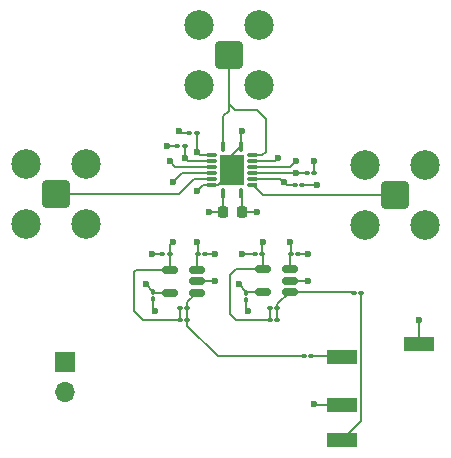
<source format=gbr>
%TF.GenerationSoftware,KiCad,Pcbnew,8.0.1*%
%TF.CreationDate,2024-04-11T15:41:10-05:00*%
%TF.ProjectId,TS3A5017-Mixer,54533341-3530-4313-972d-4d697865722e,rev?*%
%TF.SameCoordinates,Original*%
%TF.FileFunction,Copper,L1,Top*%
%TF.FilePolarity,Positive*%
%FSLAX46Y46*%
G04 Gerber Fmt 4.6, Leading zero omitted, Abs format (unit mm)*
G04 Created by KiCad (PCBNEW 8.0.1) date 2024-04-11 15:41:10*
%MOMM*%
%LPD*%
G01*
G04 APERTURE LIST*
G04 Aperture macros list*
%AMRoundRect*
0 Rectangle with rounded corners*
0 $1 Rounding radius*
0 $2 $3 $4 $5 $6 $7 $8 $9 X,Y pos of 4 corners*
0 Add a 4 corners polygon primitive as box body*
4,1,4,$2,$3,$4,$5,$6,$7,$8,$9,$2,$3,0*
0 Add four circle primitives for the rounded corners*
1,1,$1+$1,$2,$3*
1,1,$1+$1,$4,$5*
1,1,$1+$1,$6,$7*
1,1,$1+$1,$8,$9*
0 Add four rect primitives between the rounded corners*
20,1,$1+$1,$2,$3,$4,$5,0*
20,1,$1+$1,$4,$5,$6,$7,0*
20,1,$1+$1,$6,$7,$8,$9,0*
20,1,$1+$1,$8,$9,$2,$3,0*%
%AMFreePoly0*
4,1,10,0.140000,-0.355000,0.121244,-0.425000,0.070000,-0.476244,0.000000,-0.495000,-0.070000,-0.476244,-0.121244,-0.425000,-0.140000,-0.355000,-0.140000,0.355000,0.140000,0.355000,0.140000,-0.355000,0.140000,-0.355000,$1*%
%AMFreePoly1*
4,1,10,0.425000,0.121244,0.476244,0.070000,0.495000,0.000000,0.476244,-0.070000,0.425000,-0.121244,0.355000,-0.140000,-0.355000,-0.140000,-0.355000,0.140000,0.355000,0.140000,0.425000,0.121244,0.425000,0.121244,$1*%
%AMFreePoly2*
4,1,10,0.070000,0.476244,0.121244,0.425000,0.140000,0.355000,0.140000,-0.355000,-0.140000,-0.355000,-0.140000,0.355000,-0.121244,0.425000,-0.070000,0.476244,0.000000,0.495000,0.070000,0.476244,0.070000,0.476244,$1*%
%AMFreePoly3*
4,1,10,0.355000,-0.140000,-0.355000,-0.140000,-0.425000,-0.121244,-0.476244,-0.070000,-0.495000,0.000000,-0.476244,0.070000,-0.425000,0.121244,-0.355000,0.140000,0.355000,0.140000,0.355000,-0.140000,0.355000,-0.140000,$1*%
G04 Aperture macros list end*
%TA.AperFunction,SMDPad,CuDef*%
%ADD10RoundRect,0.100000X0.130000X0.100000X-0.130000X0.100000X-0.130000X-0.100000X0.130000X-0.100000X0*%
%TD*%
%TA.AperFunction,SMDPad,CuDef*%
%ADD11RoundRect,0.100000X0.100000X-0.130000X0.100000X0.130000X-0.100000X0.130000X-0.100000X-0.130000X0*%
%TD*%
%TA.AperFunction,SMDPad,CuDef*%
%ADD12RoundRect,0.100000X-0.130000X-0.100000X0.130000X-0.100000X0.130000X0.100000X-0.130000X0.100000X0*%
%TD*%
%TA.AperFunction,SMDPad,CuDef*%
%ADD13RoundRect,0.225000X-0.225000X-0.250000X0.225000X-0.250000X0.225000X0.250000X-0.225000X0.250000X0*%
%TD*%
%TA.AperFunction,SMDPad,CuDef*%
%ADD14FreePoly0,180.000000*%
%TD*%
%TA.AperFunction,SMDPad,CuDef*%
%ADD15FreePoly1,180.000000*%
%TD*%
%TA.AperFunction,SMDPad,CuDef*%
%ADD16FreePoly2,180.000000*%
%TD*%
%TA.AperFunction,SMDPad,CuDef*%
%ADD17FreePoly3,180.000000*%
%TD*%
%TA.AperFunction,SMDPad,CuDef*%
%ADD18R,2.050000X2.550000*%
%TD*%
%TA.AperFunction,ComponentPad*%
%ADD19RoundRect,0.200100X0.949900X-0.949900X0.949900X0.949900X-0.949900X0.949900X-0.949900X-0.949900X0*%
%TD*%
%TA.AperFunction,ComponentPad*%
%ADD20C,2.500000*%
%TD*%
%TA.AperFunction,ComponentPad*%
%ADD21R,1.700000X1.700000*%
%TD*%
%TA.AperFunction,ComponentPad*%
%ADD22O,1.700000X1.700000*%
%TD*%
%TA.AperFunction,ComponentPad*%
%ADD23RoundRect,0.200100X-0.949900X-0.949900X0.949900X-0.949900X0.949900X0.949900X-0.949900X0.949900X0*%
%TD*%
%TA.AperFunction,ComponentPad*%
%ADD24RoundRect,0.200100X-0.949900X0.949900X-0.949900X-0.949900X0.949900X-0.949900X0.949900X0.949900X0*%
%TD*%
%TA.AperFunction,SMDPad,CuDef*%
%ADD25RoundRect,0.150000X0.512500X0.150000X-0.512500X0.150000X-0.512500X-0.150000X0.512500X-0.150000X0*%
%TD*%
%TA.AperFunction,SMDPad,CuDef*%
%ADD26R,2.500000X1.200000*%
%TD*%
%TA.AperFunction,ViaPad*%
%ADD27C,0.600000*%
%TD*%
%TA.AperFunction,Conductor*%
%ADD28C,0.156464*%
%TD*%
%TA.AperFunction,Conductor*%
%ADD29C,0.200000*%
%TD*%
G04 APERTURE END LIST*
D10*
%TO.P,C4,1*%
%TO.N,/I-Pos*%
X142745808Y-85854731D03*
%TO.P,C4,2*%
%TO.N,GND*%
X142105808Y-85854731D03*
%TD*%
%TO.P,C5,1*%
%TO.N,/Q-Pos*%
X143760553Y-84705502D03*
%TO.P,C5,2*%
%TO.N,GND*%
X143120553Y-84705502D03*
%TD*%
D11*
%TO.P,C10,1*%
%TO.N,GND*%
X147991000Y-98872000D03*
%TO.P,C10,2*%
%TO.N,/3.3V*%
X147991000Y-98232000D03*
%TD*%
D10*
%TO.P,C9,1*%
%TO.N,GND*%
X144501000Y-94996000D03*
%TO.P,C9,2*%
%TO.N,/Q-Pos*%
X143861000Y-94996000D03*
%TD*%
D12*
%TO.P,C3,1*%
%TO.N,/Q-Neg*%
X153096000Y-88138000D03*
%TO.P,C3,2*%
%TO.N,GND*%
X153736000Y-88138000D03*
%TD*%
D13*
%TO.P,C1,1*%
%TO.N,/3.3V*%
X146024000Y-91440000D03*
%TO.P,C1,2*%
%TO.N,GND*%
X147574000Y-91440000D03*
%TD*%
D14*
%TO.P,U1,1,1~{EN}*%
%TO.N,GND*%
X147537000Y-89916000D03*
D15*
%TO.P,U1,2,IN2*%
%TO.N,CLK0*%
X148582000Y-89121000D03*
%TO.P,U1,3,1S4*%
%TO.N,/I-Neg*%
X148582000Y-88621000D03*
%TO.P,U1,4,1S3*%
%TO.N,/Q-Neg*%
X148582000Y-88121000D03*
%TO.P,U1,5,1S2*%
%TO.N,/I-Pos*%
X148582000Y-87621000D03*
%TO.P,U1,6,1S1*%
%TO.N,/Q-Pos*%
X148582000Y-87121000D03*
%TO.P,U1,7,1D*%
%TO.N,RF-In*%
X148582000Y-86621000D03*
D16*
%TO.P,U1,8,GND*%
%TO.N,GND*%
X147537000Y-85826000D03*
%TO.P,U1,9,2D*%
%TO.N,RF-In*%
X146037000Y-85826000D03*
D17*
%TO.P,U1,10,2S1*%
%TO.N,/Q-Pos*%
X144992000Y-86621000D03*
%TO.P,U1,11,2S2*%
%TO.N,/I-Pos*%
X144992000Y-87121000D03*
%TO.P,U1,12,2S3*%
%TO.N,/Q-Neg*%
X144992000Y-87621000D03*
%TO.P,U1,13,2S4*%
%TO.N,/I-Neg*%
X144992000Y-88121000D03*
%TO.P,U1,14,IN1*%
%TO.N,CLK1*%
X144992000Y-88621000D03*
%TO.P,U1,15,2~{EN}*%
%TO.N,GND*%
X144992000Y-89121000D03*
D14*
%TO.P,U1,16,V+*%
%TO.N,/3.3V*%
X146037000Y-89916000D03*
D18*
%TO.P,U1,17,GND*%
%TO.N,GND*%
X146787000Y-87871000D03*
%TD*%
D19*
%TO.P,J3,1,In*%
%TO.N,CLK1*%
X131821220Y-89915385D03*
D20*
%TO.P,J3,2,Ext*%
%TO.N,GND*%
X129281220Y-92455385D03*
X134361220Y-92455385D03*
X129281220Y-87375385D03*
X134361220Y-87375385D03*
%TD*%
D21*
%TO.P,J4,1,Pin_1*%
%TO.N,/3.3V*%
X132588000Y-104140000D03*
D22*
%TO.P,J4,2,Pin_2*%
%TO.N,GND*%
X132588000Y-106680000D03*
%TD*%
D10*
%TO.P,C14,1*%
%TO.N,Net-(C14-Pad1)*%
X157709000Y-98298000D03*
%TO.P,C14,2*%
%TO.N,Net-(U3-OUT)*%
X157069000Y-98298000D03*
%TD*%
D12*
%TO.P,C12,1*%
%TO.N,GND*%
X148687000Y-94996000D03*
%TO.P,C12,2*%
%TO.N,/I-Neg*%
X149327000Y-94996000D03*
%TD*%
D11*
%TO.P,C6,1*%
%TO.N,GND*%
X140117000Y-98806000D03*
%TO.P,C6,2*%
%TO.N,/3.3V*%
X140117000Y-98166000D03*
%TD*%
D23*
%TO.P,J1,1,In*%
%TO.N,RF-In*%
X146501153Y-78155632D03*
D20*
%TO.P,J1,2,Ext*%
%TO.N,GND*%
X143961153Y-75615632D03*
X143961153Y-80695632D03*
X149041153Y-75615632D03*
X149041153Y-80695632D03*
%TD*%
D24*
%TO.P,J2,1,In*%
%TO.N,CLK0*%
X160589122Y-89936874D03*
D20*
%TO.P,J2,2,Ext*%
%TO.N,GND*%
X163129122Y-87396874D03*
X158049122Y-87396874D03*
X163129122Y-92476874D03*
X158049122Y-92476874D03*
%TD*%
D12*
%TO.P,R1,1*%
%TO.N,/Q-Neg*%
X142337000Y-100584000D03*
%TO.P,R1,2*%
%TO.N,Net-(U2-OUT)*%
X142977000Y-100584000D03*
%TD*%
%TO.P,C8,1*%
%TO.N,GND*%
X140879000Y-94996000D03*
%TO.P,C8,2*%
%TO.N,/Q-Neg*%
X141519000Y-94996000D03*
%TD*%
D10*
%TO.P,C13,1*%
%TO.N,Net-(U3-OUT)*%
X150597000Y-100584000D03*
%TO.P,C13,2*%
%TO.N,/I-Neg*%
X149957000Y-100584000D03*
%TD*%
D25*
%TO.P,U2,1,OUT*%
%TO.N,Net-(U2-OUT)*%
X143794500Y-98232000D03*
%TO.P,U2,2,V-*%
%TO.N,GND*%
X143794500Y-97282000D03*
%TO.P,U2,3,IN+*%
%TO.N,/Q-Pos*%
X143794500Y-96332000D03*
%TO.P,U2,4,IN-*%
%TO.N,/Q-Neg*%
X141519500Y-96332000D03*
%TO.P,U2,5,V+*%
%TO.N,/3.3V*%
X141519500Y-98232000D03*
%TD*%
D12*
%TO.P,C15,1*%
%TO.N,Net-(U2-OUT)*%
X152842000Y-103632000D03*
%TO.P,C15,2*%
%TO.N,Net-(C15-Pad2)*%
X153482000Y-103632000D03*
%TD*%
D10*
%TO.P,C11,1*%
%TO.N,GND*%
X152375000Y-94996000D03*
%TO.P,C11,2*%
%TO.N,/I-Pos*%
X151735000Y-94996000D03*
%TD*%
D26*
%TO.P,J5,1*%
%TO.N,GND*%
X162560000Y-102616000D03*
%TO.P,J5,2*%
%TO.N,Net-(C15-Pad2)*%
X156060000Y-103716000D03*
%TO.P,J5,3*%
%TO.N,GND*%
X156060000Y-107716000D03*
%TO.P,J5,4*%
%TO.N,Net-(C14-Pad1)*%
X156060000Y-110716000D03*
%TD*%
D25*
%TO.P,U3,1,OUT*%
%TO.N,Net-(U3-OUT)*%
X151644000Y-98166000D03*
%TO.P,U3,2,V-*%
%TO.N,GND*%
X151644000Y-97216000D03*
%TO.P,U3,3,IN+*%
%TO.N,/I-Pos*%
X151644000Y-96266000D03*
%TO.P,U3,4,IN-*%
%TO.N,/I-Neg*%
X149369000Y-96266000D03*
%TO.P,U3,5,V+*%
%TO.N,/3.3V*%
X149369000Y-98166000D03*
%TD*%
D12*
%TO.P,C2,1*%
%TO.N,/I-Neg*%
X152080000Y-89154000D03*
%TO.P,C2,2*%
%TO.N,GND*%
X152720000Y-89154000D03*
%TD*%
%TO.P,R2,1*%
%TO.N,/I-Neg*%
X149957000Y-99568000D03*
%TO.P,R2,2*%
%TO.N,Net-(U3-OUT)*%
X150597000Y-99568000D03*
%TD*%
D10*
%TO.P,C7,1*%
%TO.N,Net-(U2-OUT)*%
X142977000Y-99568000D03*
%TO.P,C7,2*%
%TO.N,/Q-Neg*%
X142337000Y-99568000D03*
%TD*%
D27*
%TO.N,/3.3V*%
X144780000Y-91440000D03*
X139446000Y-97536000D03*
X147320000Y-97536000D03*
%TO.N,GND*%
X153670000Y-107696000D03*
X153670000Y-87122000D03*
X153924000Y-89154000D03*
X153162000Y-94996000D03*
X147574000Y-84582000D03*
X141224000Y-85852000D03*
X142240000Y-84582000D03*
X145288000Y-97282000D03*
X153162000Y-97282000D03*
X147574000Y-94996000D03*
X139954000Y-94996000D03*
X148082000Y-99822000D03*
X162560000Y-100584000D03*
X148844000Y-91440000D03*
X143764000Y-89662000D03*
X140208000Y-99822000D03*
X145288000Y-94996000D03*
%TO.N,/Q-Pos*%
X143764000Y-86360000D03*
X150622000Y-86868000D03*
X143764000Y-93980000D03*
%TO.N,/I-Neg*%
X149352000Y-93980000D03*
X141732000Y-88900000D03*
X151130000Y-88900000D03*
%TO.N,/Q-Neg*%
X152146000Y-88138000D03*
X141732000Y-93980000D03*
X141478000Y-87122000D03*
%TO.N,/I-Pos*%
X152146000Y-87122000D03*
X142748000Y-86868000D03*
X151638000Y-93980000D03*
%TD*%
D28*
%TO.N,/3.3V*%
X146024000Y-91440000D02*
X144780000Y-91440000D01*
X146024000Y-91440000D02*
X146024000Y-89929000D01*
X141519500Y-98232000D02*
X140183000Y-98232000D01*
X148057000Y-98166000D02*
X147991000Y-98232000D01*
X140076000Y-98166000D02*
X139446000Y-97536000D01*
X140183000Y-98232000D02*
X140117000Y-98166000D01*
X149369000Y-98166000D02*
X148057000Y-98166000D01*
X147991000Y-98207000D02*
X147320000Y-97536000D01*
X140117000Y-98166000D02*
X140076000Y-98166000D01*
X146024000Y-89929000D02*
X146037000Y-89916000D01*
X147991000Y-98232000D02*
X147991000Y-98207000D01*
%TO.N,GND*%
X147574000Y-91440000D02*
X147574000Y-89953000D01*
X140879000Y-94996000D02*
X139954000Y-94996000D01*
X147991000Y-98872000D02*
X147991000Y-99731000D01*
X144305000Y-89121000D02*
X143764000Y-89662000D01*
X148687000Y-94996000D02*
X147574000Y-94996000D01*
X147537000Y-85826000D02*
X146787000Y-86576000D01*
X153096000Y-97216000D02*
X153162000Y-97282000D01*
X143120553Y-84705502D02*
X142363502Y-84705502D01*
X151644000Y-97216000D02*
X153096000Y-97216000D01*
X152375000Y-94996000D02*
X153162000Y-94996000D01*
X147574000Y-89953000D02*
X147537000Y-89916000D01*
X142105808Y-85854731D02*
X141226731Y-85854731D01*
X153736000Y-88138000D02*
X153736000Y-87188000D01*
X147574000Y-91440000D02*
X148844000Y-91440000D01*
X144992000Y-89121000D02*
X145537000Y-89121000D01*
X162560000Y-102616000D02*
X162560000Y-100584000D01*
X143794500Y-97282000D02*
X145288000Y-97282000D01*
X144501000Y-94996000D02*
X145288000Y-94996000D01*
X141226731Y-85854731D02*
X141224000Y-85852000D01*
X147537000Y-85826000D02*
X147537000Y-84619000D01*
X142363502Y-84705502D02*
X142240000Y-84582000D01*
X140117000Y-99731000D02*
X140208000Y-99822000D01*
X153690000Y-107716000D02*
X153670000Y-107696000D01*
X147991000Y-99731000D02*
X148082000Y-99822000D01*
X146787000Y-86576000D02*
X146787000Y-87871000D01*
X152720000Y-89154000D02*
X153924000Y-89154000D01*
X156060000Y-107716000D02*
X153690000Y-107716000D01*
X140117000Y-98806000D02*
X140117000Y-99731000D01*
X144992000Y-89121000D02*
X144305000Y-89121000D01*
X153736000Y-87188000D02*
X153670000Y-87122000D01*
X147537000Y-84619000D02*
X147574000Y-84582000D01*
X145537000Y-89121000D02*
X146787000Y-87871000D01*
%TO.N,RF-In*%
X149606000Y-83566000D02*
X148844000Y-82804000D01*
X146501153Y-82296000D02*
X146501153Y-78155632D01*
X149345000Y-86621000D02*
X149606000Y-86360000D01*
X146037000Y-85826000D02*
X146037000Y-83325000D01*
X149606000Y-86360000D02*
X149606000Y-83566000D01*
X147009153Y-82804000D02*
X146501153Y-82296000D01*
X146501153Y-82860847D02*
X146501153Y-82296000D01*
X148844000Y-82804000D02*
X147009153Y-82804000D01*
X146037000Y-83325000D02*
X146501153Y-82860847D01*
X148582000Y-86621000D02*
X149345000Y-86621000D01*
%TO.N,CLK0*%
X149397874Y-89936874D02*
X160589122Y-89936874D01*
X148582000Y-89121000D02*
X149397874Y-89936874D01*
%TO.N,CLK1*%
X144992000Y-88621000D02*
X143535000Y-88621000D01*
X142240615Y-89915385D02*
X131821220Y-89915385D01*
X143535000Y-88621000D02*
X142240615Y-89915385D01*
%TO.N,/Q-Pos*%
X143760553Y-84705502D02*
X143760553Y-86356553D01*
X143861000Y-94996000D02*
X143861000Y-94077000D01*
X150369000Y-87121000D02*
X150622000Y-86868000D01*
X143794500Y-96332000D02*
X143794500Y-95062500D01*
D29*
X144025000Y-86621000D02*
X143764000Y-86360000D01*
D28*
X148582000Y-87121000D02*
X150369000Y-87121000D01*
X143861000Y-94077000D02*
X143764000Y-93980000D01*
X143760553Y-86356553D02*
X143764000Y-86360000D01*
X143794500Y-95062500D02*
X143861000Y-94996000D01*
D29*
X144992000Y-86621000D02*
X144025000Y-86621000D01*
D28*
%TO.N,/I-Neg*%
X142511000Y-88121000D02*
X141732000Y-88900000D01*
X147066000Y-96266000D02*
X146558000Y-96774000D01*
X146558000Y-96774000D02*
X146558000Y-100076000D01*
X150851000Y-88621000D02*
X151130000Y-88900000D01*
X144992000Y-88121000D02*
X142511000Y-88121000D01*
X149327000Y-94996000D02*
X149327000Y-94005000D01*
X149369000Y-96266000D02*
X149369000Y-95038000D01*
X149369000Y-96266000D02*
X147066000Y-96266000D01*
X146558000Y-100076000D02*
X147066000Y-100584000D01*
X149327000Y-94005000D02*
X149352000Y-93980000D01*
X147066000Y-100584000D02*
X149957000Y-100584000D01*
X149957000Y-100584000D02*
X149957000Y-99568000D01*
X149369000Y-95038000D02*
X149327000Y-94996000D01*
X148582000Y-88621000D02*
X150851000Y-88621000D01*
X151130000Y-88900000D02*
X151384000Y-89154000D01*
X151384000Y-89154000D02*
X152080000Y-89154000D01*
%TO.N,Net-(U2-OUT)*%
X142977000Y-101067000D02*
X142977000Y-100584000D01*
X145542000Y-103632000D02*
X142977000Y-101067000D01*
X145542000Y-103632000D02*
X152842000Y-103632000D01*
X142977000Y-99568000D02*
X142977000Y-99049500D01*
X142977000Y-99049500D02*
X143794500Y-98232000D01*
X142977000Y-100584000D02*
X142977000Y-99568000D01*
%TO.N,/Q-Neg*%
X141519500Y-96332000D02*
X141519500Y-94996500D01*
X141519500Y-96332000D02*
X138618000Y-96332000D01*
X144992000Y-87621000D02*
X141977000Y-87621000D01*
X141519500Y-94996500D02*
X141519000Y-94996000D01*
X138430000Y-96520000D02*
X138430000Y-99822000D01*
X141519000Y-94193000D02*
X141732000Y-93980000D01*
X148582000Y-88121000D02*
X152129000Y-88121000D01*
X152129000Y-88121000D02*
X152146000Y-88138000D01*
X152146000Y-88138000D02*
X153096000Y-88138000D01*
X138430000Y-99822000D02*
X139192000Y-100584000D01*
X142337000Y-100584000D02*
X142337000Y-99568000D01*
X141977000Y-87621000D02*
X141478000Y-87122000D01*
X138618000Y-96332000D02*
X138430000Y-96520000D01*
X139192000Y-100584000D02*
X142337000Y-100584000D01*
X141519000Y-94996000D02*
X141519000Y-94193000D01*
%TO.N,Net-(U3-OUT)*%
X150597000Y-99213000D02*
X150597000Y-99568000D01*
X151644000Y-98166000D02*
X150597000Y-99213000D01*
X156937000Y-98166000D02*
X157069000Y-98298000D01*
X150597000Y-100584000D02*
X150597000Y-99568000D01*
X151644000Y-98166000D02*
X156937000Y-98166000D01*
%TO.N,/I-Pos*%
X151892000Y-87376000D02*
X152146000Y-87122000D01*
X151644000Y-96266000D02*
X151644000Y-95087000D01*
X148582000Y-87621000D02*
X151647000Y-87621000D01*
X151735000Y-94996000D02*
X151735000Y-94077000D01*
D29*
X143001000Y-87121000D02*
X142748000Y-86868000D01*
D28*
X151644000Y-95087000D02*
X151735000Y-94996000D01*
D29*
X142748000Y-86868000D02*
X142748000Y-85856923D01*
X142748000Y-85856923D02*
X142745808Y-85854731D01*
X144992000Y-87121000D02*
X143001000Y-87121000D01*
D28*
X151735000Y-94077000D02*
X151638000Y-93980000D01*
X151647000Y-87621000D02*
X151892000Y-87376000D01*
%TO.N,Net-(C14-Pad1)*%
X157709000Y-98298000D02*
X157709000Y-109067000D01*
X157709000Y-109067000D02*
X156060000Y-110716000D01*
%TO.N,Net-(C15-Pad2)*%
X153482000Y-103632000D02*
X155976000Y-103632000D01*
X155976000Y-103632000D02*
X156060000Y-103716000D01*
%TD*%
M02*

</source>
